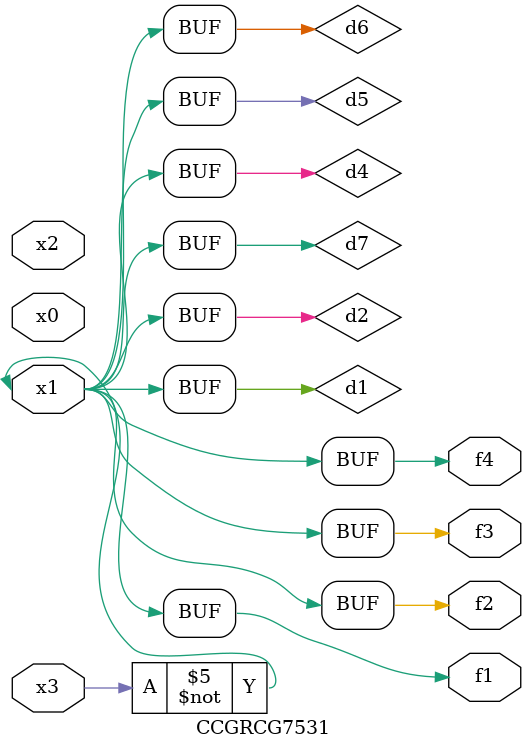
<source format=v>
module CCGRCG7531(
	input x0, x1, x2, x3,
	output f1, f2, f3, f4
);

	wire d1, d2, d3, d4, d5, d6, d7;

	not (d1, x3);
	buf (d2, x1);
	xnor (d3, d1, d2);
	nor (d4, d1);
	buf (d5, d1, d2);
	buf (d6, d4, d5);
	nand (d7, d4);
	assign f1 = d6;
	assign f2 = d7;
	assign f3 = d6;
	assign f4 = d6;
endmodule

</source>
